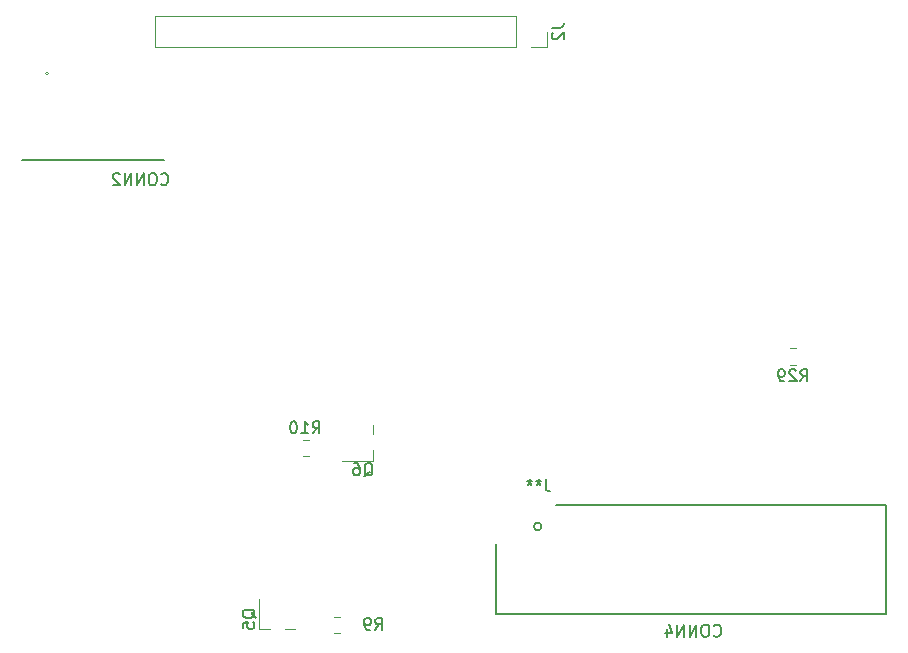
<source format=gbr>
G04 #@! TF.GenerationSoftware,KiCad,Pcbnew,(5.1.6-0-10_14)*
G04 #@! TF.CreationDate,2020-09-03T14:47:54-04:00*
G04 #@! TF.ProjectId,Pufferfish-Interface-2,50756666-6572-4666-9973-682d496e7465,rev?*
G04 #@! TF.SameCoordinates,Original*
G04 #@! TF.FileFunction,Legend,Bot*
G04 #@! TF.FilePolarity,Positive*
%FSLAX46Y46*%
G04 Gerber Fmt 4.6, Leading zero omitted, Abs format (unit mm)*
G04 Created by KiCad (PCBNEW (5.1.6-0-10_14)) date 2020-09-03 14:47:54*
%MOMM*%
%LPD*%
G01*
G04 APERTURE LIST*
%ADD10C,0.120000*%
%ADD11C,0.200000*%
%ADD12C,0.100000*%
%ADD13C,0.127000*%
%ADD14C,0.150000*%
G04 APERTURE END LIST*
D10*
X1690000Y170000D02*
X1690000Y2830000D01*
X32230000Y170000D02*
X1690000Y170000D01*
X32230000Y2830000D02*
X1690000Y2830000D01*
X32230000Y170000D02*
X32230000Y2830000D01*
X33500000Y170000D02*
X34830000Y170000D01*
X34830000Y170000D02*
X34830000Y1500000D01*
X55428922Y-26710000D02*
X55946078Y-26710000D01*
X55428922Y-25290000D02*
X55946078Y-25290000D01*
D11*
X34393288Y-40409340D02*
G75*
G03*
X34393288Y-40409340I-323788J0D01*
G01*
X63533500Y-47838840D02*
X30513500Y-47838840D01*
X30513500Y-47838840D02*
X30513500Y-41869840D01*
X35593500Y-38567840D02*
X63533500Y-38567840D01*
X63533500Y-38567840D02*
X63533500Y-47838840D01*
D10*
X20126060Y-32608760D02*
X20126060Y-31808760D01*
X17526060Y-34858760D02*
X20126060Y-34858760D01*
X20126060Y-34858760D02*
X20126060Y-33908760D01*
X12720120Y-49105100D02*
X13520120Y-49105100D01*
X10470120Y-46505100D02*
X10470120Y-49105100D01*
X10470120Y-49105100D02*
X11420120Y-49105100D01*
X14696178Y-33054220D02*
X14179022Y-33054220D01*
X14696178Y-34474220D02*
X14179022Y-34474220D01*
X16866102Y-49444980D02*
X17383258Y-49444980D01*
X16866102Y-48024980D02*
X17383258Y-48024980D01*
D12*
X-7346780Y-2045660D02*
G75*
G03*
X-7346780Y-2045660I-127000J0D01*
G01*
D13*
X2401220Y-9395660D02*
X-9548780Y-9395660D01*
D14*
X35282380Y1833333D02*
X35996666Y1833333D01*
X36139523Y1880952D01*
X36234761Y1976190D01*
X36282380Y2119047D01*
X36282380Y2214285D01*
X35377619Y1404761D02*
X35330000Y1357142D01*
X35282380Y1261904D01*
X35282380Y1023809D01*
X35330000Y928571D01*
X35377619Y880952D01*
X35472857Y833333D01*
X35568095Y833333D01*
X35710952Y880952D01*
X36282380Y1452380D01*
X36282380Y833333D01*
X56330357Y-28102380D02*
X56663690Y-27626190D01*
X56901785Y-28102380D02*
X56901785Y-27102380D01*
X56520833Y-27102380D01*
X56425595Y-27150000D01*
X56377976Y-27197619D01*
X56330357Y-27292857D01*
X56330357Y-27435714D01*
X56377976Y-27530952D01*
X56425595Y-27578571D01*
X56520833Y-27626190D01*
X56901785Y-27626190D01*
X55949404Y-27197619D02*
X55901785Y-27150000D01*
X55806547Y-27102380D01*
X55568452Y-27102380D01*
X55473214Y-27150000D01*
X55425595Y-27197619D01*
X55377976Y-27292857D01*
X55377976Y-27388095D01*
X55425595Y-27530952D01*
X55997023Y-28102380D01*
X55377976Y-28102380D01*
X54901785Y-28102380D02*
X54711309Y-28102380D01*
X54616071Y-28054761D01*
X54568452Y-28007142D01*
X54473214Y-27864285D01*
X54425595Y-27673809D01*
X54425595Y-27292857D01*
X54473214Y-27197619D01*
X54520833Y-27150000D01*
X54616071Y-27102380D01*
X54806547Y-27102380D01*
X54901785Y-27150000D01*
X54949404Y-27197619D01*
X54997023Y-27292857D01*
X54997023Y-27530952D01*
X54949404Y-27626190D01*
X54901785Y-27673809D01*
X54806547Y-27721428D01*
X54616071Y-27721428D01*
X54520833Y-27673809D01*
X54473214Y-27626190D01*
X54425595Y-27530952D01*
X48991595Y-49626982D02*
X49039214Y-49674601D01*
X49182071Y-49722220D01*
X49277309Y-49722220D01*
X49420166Y-49674601D01*
X49515404Y-49579363D01*
X49563023Y-49484125D01*
X49610642Y-49293649D01*
X49610642Y-49150792D01*
X49563023Y-48960316D01*
X49515404Y-48865078D01*
X49420166Y-48769840D01*
X49277309Y-48722220D01*
X49182071Y-48722220D01*
X49039214Y-48769840D01*
X48991595Y-48817459D01*
X48372547Y-48722220D02*
X48182071Y-48722220D01*
X48086833Y-48769840D01*
X47991595Y-48865078D01*
X47943976Y-49055554D01*
X47943976Y-49388887D01*
X47991595Y-49579363D01*
X48086833Y-49674601D01*
X48182071Y-49722220D01*
X48372547Y-49722220D01*
X48467785Y-49674601D01*
X48563023Y-49579363D01*
X48610642Y-49388887D01*
X48610642Y-49055554D01*
X48563023Y-48865078D01*
X48467785Y-48769840D01*
X48372547Y-48722220D01*
X47515404Y-49722220D02*
X47515404Y-48722220D01*
X46943976Y-49722220D01*
X46943976Y-48722220D01*
X46467785Y-49722220D02*
X46467785Y-48722220D01*
X45896357Y-49722220D01*
X45896357Y-48722220D01*
X44991595Y-49055554D02*
X44991595Y-49722220D01*
X45229690Y-48674601D02*
X45467785Y-49388887D01*
X44848738Y-49388887D01*
X34772547Y-36422220D02*
X34772547Y-37136506D01*
X34820166Y-37279363D01*
X34915404Y-37374601D01*
X35058261Y-37422220D01*
X35153500Y-37422220D01*
X34153500Y-36422220D02*
X34153500Y-36660316D01*
X34391595Y-36565078D02*
X34153500Y-36660316D01*
X33915404Y-36565078D01*
X34296357Y-36850792D02*
X34153500Y-36660316D01*
X34010642Y-36850792D01*
X33391595Y-36422220D02*
X33391595Y-36660316D01*
X33629690Y-36565078D02*
X33391595Y-36660316D01*
X33153500Y-36565078D01*
X33534452Y-36850792D02*
X33391595Y-36660316D01*
X33248738Y-36850792D01*
X19371298Y-36156379D02*
X19466536Y-36108760D01*
X19561774Y-36013521D01*
X19704631Y-35870664D01*
X19799869Y-35823045D01*
X19895107Y-35823045D01*
X19847488Y-36061140D02*
X19942726Y-36013521D01*
X20037964Y-35918283D01*
X20085583Y-35727807D01*
X20085583Y-35394474D01*
X20037964Y-35203998D01*
X19942726Y-35108760D01*
X19847488Y-35061140D01*
X19657012Y-35061140D01*
X19561774Y-35108760D01*
X19466536Y-35203998D01*
X19418917Y-35394474D01*
X19418917Y-35727807D01*
X19466536Y-35918283D01*
X19561774Y-36013521D01*
X19657012Y-36061140D01*
X19847488Y-36061140D01*
X18561774Y-35061140D02*
X18752250Y-35061140D01*
X18847488Y-35108760D01*
X18895107Y-35156379D01*
X18990345Y-35299236D01*
X19037964Y-35489712D01*
X19037964Y-35870664D01*
X18990345Y-35965902D01*
X18942726Y-36013521D01*
X18847488Y-36061140D01*
X18657012Y-36061140D01*
X18561774Y-36013521D01*
X18514155Y-35965902D01*
X18466536Y-35870664D01*
X18466536Y-35632569D01*
X18514155Y-35537331D01*
X18561774Y-35489712D01*
X18657012Y-35442093D01*
X18847488Y-35442093D01*
X18942726Y-35489712D01*
X18990345Y-35537331D01*
X19037964Y-35632569D01*
X10192039Y-48162401D02*
X10144420Y-48067163D01*
X10049181Y-47971925D01*
X9906324Y-47829068D01*
X9858705Y-47733830D01*
X9858705Y-47638592D01*
X10096800Y-47686211D02*
X10049181Y-47590973D01*
X9953943Y-47495735D01*
X9763467Y-47448116D01*
X9430134Y-47448116D01*
X9239658Y-47495735D01*
X9144420Y-47590973D01*
X9096800Y-47686211D01*
X9096800Y-47876687D01*
X9144420Y-47971925D01*
X9239658Y-48067163D01*
X9430134Y-48114782D01*
X9763467Y-48114782D01*
X9953943Y-48067163D01*
X10049181Y-47971925D01*
X10096800Y-47876687D01*
X10096800Y-47686211D01*
X9096800Y-49019544D02*
X9096800Y-48543354D01*
X9572991Y-48495735D01*
X9525372Y-48543354D01*
X9477753Y-48638592D01*
X9477753Y-48876687D01*
X9525372Y-48971925D01*
X9572991Y-49019544D01*
X9668229Y-49067163D01*
X9906324Y-49067163D01*
X10001562Y-49019544D01*
X10049181Y-48971925D01*
X10096800Y-48876687D01*
X10096800Y-48638592D01*
X10049181Y-48543354D01*
X10001562Y-48495735D01*
X15026877Y-32509720D02*
X15360210Y-32033530D01*
X15598305Y-32509720D02*
X15598305Y-31509720D01*
X15217353Y-31509720D01*
X15122115Y-31557340D01*
X15074496Y-31604959D01*
X15026877Y-31700197D01*
X15026877Y-31843054D01*
X15074496Y-31938292D01*
X15122115Y-31985911D01*
X15217353Y-32033530D01*
X15598305Y-32033530D01*
X14074496Y-32509720D02*
X14645924Y-32509720D01*
X14360210Y-32509720D02*
X14360210Y-31509720D01*
X14455448Y-31652578D01*
X14550686Y-31747816D01*
X14645924Y-31795435D01*
X13455448Y-31509720D02*
X13360210Y-31509720D01*
X13264972Y-31557340D01*
X13217353Y-31604959D01*
X13169734Y-31700197D01*
X13122115Y-31890673D01*
X13122115Y-32128768D01*
X13169734Y-32319244D01*
X13217353Y-32414482D01*
X13264972Y-32462101D01*
X13360210Y-32509720D01*
X13455448Y-32509720D01*
X13550686Y-32462101D01*
X13598305Y-32414482D01*
X13645924Y-32319244D01*
X13693543Y-32128768D01*
X13693543Y-31890673D01*
X13645924Y-31700197D01*
X13598305Y-31604959D01*
X13550686Y-31557340D01*
X13455448Y-31509720D01*
X20331486Y-49156880D02*
X20664820Y-48680690D01*
X20902915Y-49156880D02*
X20902915Y-48156880D01*
X20521962Y-48156880D01*
X20426724Y-48204500D01*
X20379105Y-48252119D01*
X20331486Y-48347357D01*
X20331486Y-48490214D01*
X20379105Y-48585452D01*
X20426724Y-48633071D01*
X20521962Y-48680690D01*
X20902915Y-48680690D01*
X19855296Y-49156880D02*
X19664820Y-49156880D01*
X19569581Y-49109261D01*
X19521962Y-49061642D01*
X19426724Y-48918785D01*
X19379105Y-48728309D01*
X19379105Y-48347357D01*
X19426724Y-48252119D01*
X19474343Y-48204500D01*
X19569581Y-48156880D01*
X19760058Y-48156880D01*
X19855296Y-48204500D01*
X19902915Y-48252119D01*
X19950534Y-48347357D01*
X19950534Y-48585452D01*
X19902915Y-48680690D01*
X19855296Y-48728309D01*
X19760058Y-48775928D01*
X19569581Y-48775928D01*
X19474343Y-48728309D01*
X19426724Y-48680690D01*
X19379105Y-48585452D01*
X2201633Y-11403861D02*
X2249287Y-11451514D01*
X2392247Y-11499168D01*
X2487554Y-11499168D01*
X2630515Y-11451514D01*
X2725822Y-11356207D01*
X2773475Y-11260900D01*
X2821129Y-11070286D01*
X2821129Y-10927326D01*
X2773475Y-10736712D01*
X2725822Y-10641405D01*
X2630515Y-10546098D01*
X2487554Y-10498444D01*
X2392247Y-10498444D01*
X2249287Y-10546098D01*
X2201633Y-10593751D01*
X1582137Y-10498444D02*
X1391523Y-10498444D01*
X1296216Y-10546098D01*
X1200909Y-10641405D01*
X1153256Y-10832019D01*
X1153256Y-11165593D01*
X1200909Y-11356207D01*
X1296216Y-11451514D01*
X1391523Y-11499168D01*
X1582137Y-11499168D01*
X1677444Y-11451514D01*
X1772751Y-11356207D01*
X1820405Y-11165593D01*
X1820405Y-10832019D01*
X1772751Y-10641405D01*
X1677444Y-10546098D01*
X1582137Y-10498444D01*
X724374Y-11499168D02*
X724374Y-10498444D01*
X152532Y-11499168D01*
X152532Y-10498444D01*
X-324003Y-11499168D02*
X-324003Y-10498444D01*
X-895845Y-11499168D01*
X-895845Y-10498444D01*
X-1324727Y-10593751D02*
X-1372380Y-10546098D01*
X-1467687Y-10498444D01*
X-1705955Y-10498444D01*
X-1801262Y-10546098D01*
X-1848915Y-10593751D01*
X-1896569Y-10689058D01*
X-1896569Y-10784365D01*
X-1848915Y-10927326D01*
X-1277073Y-11499168D01*
X-1896569Y-11499168D01*
M02*

</source>
